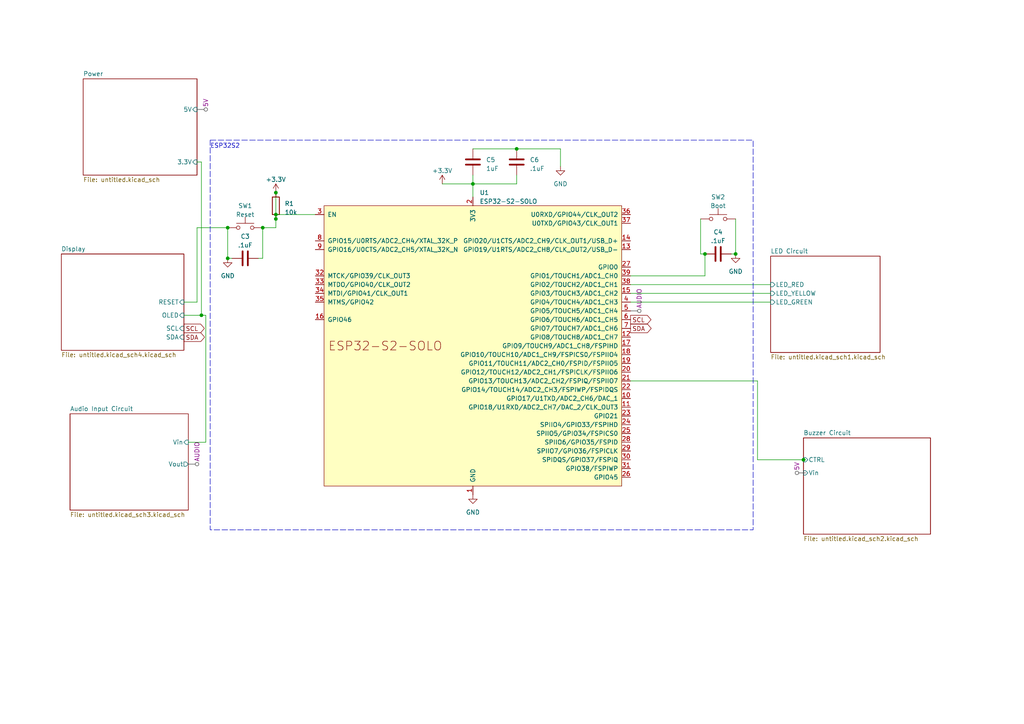
<source format=kicad_sch>
(kicad_sch (version 20250114) (generator "eeschema") (generator_version "9.0")
  (paper "A4")
  (lib_symbols
    (symbol "Device:C" (pin_numbers (hide yes)) (pin_names (offset 0.254))
      (property "Reference" "C" (at 0.635 2.54 0))
      (property "Value" "C" (at 0.635 -2.54 0))
      (symbol "C_0_1"
        (polyline (pts (xy -2.032 0.762) (xy 2.032 0.762)) (stroke (width 0.508)))
        (polyline (pts (xy -2.032 -0.762) (xy 2.032 -0.762)) (stroke (width 0.508)))
      )
      (symbol "C_1_1"
        (pin passive line (at 0 3.81 270) (length 2.794) (name "~") (number "1"))
        (pin passive line (at 0 -3.81 90) (length 2.794) (name "~") (number "2"))
      )
    )
    (symbol "Device:R" (pin_numbers (hide yes)) (pin_names (offset 0))
      (property "Reference" "R" (at 2.032 0 90))
      (property "Value" "R" (at 0 0 90))
      (symbol "R_0_1"
        (rectangle (start -1.016 -2.54) (end 1.016 2.54) (stroke (width 0.254)))
      )
      (symbol "R_1_1"
        (pin passive line (at 0 3.81 270) (length 1.27) (name "~") (number "1"))
        (pin passive line (at 0 -3.81 90) (length 1.27) (name "~") (number "2"))
      )
    )
    (symbol "Switch:SW_Omron_B3FS" (pin_numbers (hide yes)) (pin_names (offset 1.016) (hide yes))
      (property "Reference" "SW" (at 1.27 2.54 0))
      (property "Value" "SW_Omron_B3FS" (at 0 -1.524 0))
      (symbol "SW_Omron_B3FS_0_1"
        (circle (center -2.032 0) (radius 0.508))
        (polyline (pts (xy 0 1.27) (xy 0 3.048)))
        (circle (center 2.032 0) (radius 0.508))
        (polyline (pts (xy 2.54 1.27) (xy -2.54 1.27)))
        (pin passive line (at -5.08 0 0) (length 2.54) (name "1") (number "1"))
        (pin passive line (at 5.08 0 180) (length 2.54) (name "2") (number "2"))
      )
    )
    (symbol "esp32:ESP32-S2-SOLO" (pin_names (offset 1.016))
      (property "Reference" "U" (at -43.18 45.72 0))
      (property "Value" "ESP32-S2-SOLO" (at -43.18 43.18 0))
      (symbol "ESP32-S2-SOLO_0_1"
        (rectangle (start -43.18 40.64) (end 43.18 -40.64) (fill (type background)))
      )
      (symbol "ESP32-S2-SOLO_1_1"
        (text "ESP32-S2-SOLO" (at -25.4 0 0) (effects (font (size 2.54 2.54))))
        (pin bidirectional line (at -45.72 38.1 0) (length 2.54) (name "EN") (number "3"))
        (pin bidirectional line (at -45.72 30.48 0) (length 2.54) (name "GPIO15/U0RTS/ADC2_CH4/XTAL_32K_P") (number "8"))
        (pin bidirectional line (at -45.72 27.94 0) (length 2.54) (name "GPIO16/U0CTS/ADC2_CH5/XTAL_32K_N") (number "9"))
        (pin bidirectional line (at -45.72 20.32 0) (length 2.54) (name "MTCK/GPIO39/CLK_OUT3") (number "32"))
        (pin bidirectional line (at -45.72 17.78 0) (length 2.54) (name "MTDO/GPIO40/CLK_OUT2") (number "33"))
        (pin bidirectional line (at -45.72 15.24 0) (length 2.54) (name "MTDI/GPIO41/CLK_OUT1") (number "34"))
        (pin bidirectional line (at -45.72 12.7 0) (length 2.54) (name "MTMS/GPIO42") (number "35"))
        (pin input line (at -45.72 7.62 0) (length 2.54) (name "GPIO46") (number "16"))
        (pin power_in line (at 0 43.18 270) (length 2.54) (name "3V3") (number "2"))
        (pin power_in line (at 0 -43.18 90) (length 2.54) (name "GND") (number "1"))
        (pin passive line (at 0 -43.18 90) (length 2.54) (hide yes) (name "GND") (number "40"))
        (pin passive line (at 0 -43.18 90) (length 2.54) (hide yes) (name "GND") (number "41"))
        (pin bidirectional line (at 45.72 38.1 180) (length 2.54) (name "U0RXD/GPIO44/CLK_OUT2") (number "36"))
        (pin bidirectional line (at 45.72 35.56 180) (length 2.54) (name "U0TXD/GPIO43/CLK_OUT1") (number "37"))
        (pin bidirectional line (at 45.72 30.48 180) (length 2.54) (name "GPIO20/U1CTS/ADC2_CH9/CLK_OUT1/USB_D+") (number "14"))
        (pin bidirectional line (at 45.72 27.94 180) (length 2.54) (name "GPIO19/U1RTS/ADC2_CH8/CLK_OUT2/USB_D-") (number "13"))
        (pin bidirectional line (at 45.72 22.86 180) (length 2.54) (name "GPIO0") (number "27"))
        (pin bidirectional line (at 45.72 20.32 180) (length 2.54) (name "GPIO1/TOUCH1/ADC1_CH0") (number "39"))
        (pin bidirectional line (at 45.72 17.78 180) (length 2.54) (name "GPIO2/TOUCH2/ADC1_CH1") (number "38"))
        (pin bidirectional line (at 45.72 15.24 180) (length 2.54) (name "GPIO3/TOUCH3/ADC1_CH2") (number "15"))
        (pin bidirectional line (at 45.72 12.7 180) (length 2.54) (name "GPIO4/TOUCH4/ADC1_CH3") (number "4"))
        (pin bidirectional line (at 45.72 10.16 180) (length 2.54) (name "GPIO5/TOUCH5/ADC1_CH4") (number "5"))
        (pin bidirectional line (at 45.72 7.62 180) (length 2.54) (name "GPIO6/TOUCH6/ADC1_CH5") (number "6"))
        (pin bidirectional line (at 45.72 5.08 180) (length 2.54) (name "GPIO7/TOUCH7/ADC1_CH6") (number "7"))
        (pin bidirectional line (at 45.72 2.54 180) (length 2.54) (name "GPIO8/TOUCH8/ADC1_CH7") (number "12"))
        (pin bidirectional line (at 45.72 0 180) (length 2.54) (name "GPIO9/TOUCH9/ADC1_CH8/FSPIHD") (number "17"))
        (pin bidirectional line (at 45.72 -2.54 180) (length 2.54) (name "GPIO10/TOUCH10/ADC1_CH9/FSPICS0/FSPIIO4") (number "18"))
        (pin bidirectional line (at 45.72 -5.08 180) (length 2.54) (name "GPIO11/TOUCH11/ADC2_CH0/FSPID/FSPIIO5") (number "19"))
        (pin bidirectional line (at 45.72 -7.62 180) (length 2.54) (name "GPIO12/TOUCH12/ADC2_CH1/FSPICLK/FSPIIO6") (number "20"))
        (pin bidirectional line (at 45.72 -10.16 180) (length 2.54) (name "GPIO13/TOUCH13/ADC2_CH2/FSPIQ/FSPIIO7") (number "21"))
        (pin bidirectional line (at 45.72 -12.7 180) (length 2.54) (name "GPIO14/TOUCH14/ADC2_CH3/FSPIWP/FSPIDQS") (number "22"))
        (pin bidirectional line (at 45.72 -15.24 180) (length 2.54) (name "GPIO17/U1TXD/ADC2_CH6/DAC_1") (number "10"))
        (pin bidirectional line (at 45.72 -17.78 180) (length 2.54) (name "GPIO18/U1RXD/ADC2_CH7/DAC_2/CLK_OUT3") (number "11"))
        (pin bidirectional line (at 45.72 -20.32 180) (length 2.54) (name "GPIO21") (number "23"))
        (pin bidirectional line (at 45.72 -22.86 180) (length 2.54) (name "SPIIO4/GPIO33/FSPIHD") (number "24"))
        (pin bidirectional line (at 45.72 -25.4 180) (length 2.54) (name "SPIIO5/GPIO34/FSPICS0") (number "25"))
        (pin bidirectional line (at 45.72 -27.94 180) (length 2.54) (name "SPIIO6/GPIO35/FSPID") (number "28"))
        (pin bidirectional line (at 45.72 -30.48 180) (length 2.54) (name "SPIIO7/GPIO36/FSPICLK") (number "29"))
        (pin bidirectional line (at 45.72 -33.02 180) (length 2.54) (name "SPIDQS/GPIO37/FSPIQ") (number "30"))
        (pin bidirectional line (at 45.72 -35.56 180) (length 2.54) (name "GPIO38/FSPIWP") (number "31"))
        (pin bidirectional line (at 45.72 -38.1 180) (length 2.54) (name "GPIO45") (number "26"))
      )
    )
    (symbol "power:+3.3V" (power) (pin_names (offset 0))
      (property "Value" "+3.3V" (at 0 3.556 0))
      (symbol "+3.3V_0_1"
        (polyline (pts (xy -0.762 1.27) (xy 0 2.54)))
        (polyline (pts (xy 0 2.54) (xy 0.762 1.27)))
        (polyline (pts (xy 0 0) (xy 0 2.54)))
      )
      (symbol "+3.3V_1_1"
        (pin power_in line (at 0 0 90) (length 0) (hide yes) (name "+3.3V") (number "1"))
      )
    )
    (symbol "power:GND" (power) (pin_names (offset 0))
      (property "Value" "GND" (at 0 -3.81 0))
      (symbol "GND_0_1"
        (polyline (pts (xy 0 0) (xy 0 -1.27) (xy 1.27 -1.27) (xy 0 -2.54) (xy -1.27 -1.27) (xy 0 -1.27)))
      )
      (symbol "GND_1_1"
        (pin power_in line (at 0 0 270) (length 0) (hide yes) (name "GND") (number "1"))
      )
    )
  )
  (rectangle (start 60.96 40.64) (end 218.44 153.67) (stroke (width 0) (type dash)))
  (text "ESP32S2" (at 60.96 43.18 0) (effects (font (size 1.27 1.27)) (justify left bottom)))
  (junction (at 80.01 62.23))
  (junction (at 149.86 43.18))
  (junction (at 66.04 66.04))
  (junction (at 58.42 91.44))
  (junction (at 137.16 53.34))
  (junction (at 66.04 74.93))
  (junction (at 233.045 133.35))
  (junction (at 213.36 73.66))
  (junction (at 80.01 63.5))
  (junction (at 76.2 66.04))
  (junction (at 80.01 55.88))
  (junction (at 204.47 73.66))
  (wire (pts (xy 57.15 87.63) (xy 57.15 66.04)))
  (wire (pts (xy 53.34 87.63) (xy 57.15 87.63)))
  (wire (pts (xy 76.2 66.04) (xy 76.2 74.93)))
  (wire (pts (xy 137.16 43.18) (xy 149.86 43.18)))
  (wire (pts (xy 67.31 74.93) (xy 66.04 74.93)))
  (wire (pts (xy 219.71 133.35) (xy 219.71 110.49)))
  (wire (pts (xy 74.93 74.93) (xy 76.2 74.93)))
  (wire (pts (xy 59.69 128.27) (xy 54.61 128.27)))
  (wire (pts (xy 149.86 43.18) (xy 162.56 43.18)))
  (wire (pts (xy 204.47 73.66) (xy 203.2 73.66)))
  (wire (pts (xy 182.88 87.63) (xy 223.52 87.63)))
  (wire (pts (xy 213.36 73.66) (xy 212.09 73.66)))
  (wire (pts (xy 58.42 91.44) (xy 59.69 91.44)))
  (wire (pts (xy 80.01 55.88) (xy 80.01 62.23)))
  (wire (pts (xy 57.15 66.04) (xy 66.04 66.04)))
  (wire (pts (xy 162.56 43.18) (xy 162.56 48.26)))
  (wire (pts (xy 233.045 133.35) (xy 219.71 133.35)))
  (wire (pts (xy 66.04 74.93) (xy 66.04 66.04)))
  (wire (pts (xy 80.01 62.23) (xy 80.01 63.5)))
  (wire (pts (xy 204.47 73.66) (xy 204.47 80.01)))
  (wire (pts (xy 182.88 80.01) (xy 204.47 80.01)))
  (wire (pts (xy 80.01 62.23) (xy 91.44 62.23)))
  (wire (pts (xy 58.42 46.99) (xy 57.15 46.99)))
  (wire (pts (xy 59.69 91.44) (xy 59.69 128.27)))
  (wire (pts (xy 137.16 53.34) (xy 137.16 57.15)))
  (wire (pts (xy 53.34 91.44) (xy 58.42 91.44)))
  (wire (pts (xy 213.36 63.5) (xy 213.36 73.66)))
  (wire (pts (xy 149.86 53.34) (xy 137.16 53.34)))
  (wire (pts (xy 80.01 63.5) (xy 80.01 66.04)))
  (wire (pts (xy 137.16 50.8) (xy 137.16 53.34)))
  (wire (pts (xy 233.68 133.35) (xy 233.045 133.35)))
  (wire (pts (xy 203.2 63.5) (xy 203.2 73.66)))
  (wire (pts (xy 182.88 82.55) (xy 223.52 82.55)))
  (wire (pts (xy 182.88 85.09) (xy 223.52 85.09)))
  (wire (pts (xy 58.42 91.44) (xy 58.42 46.99)))
  (wire (pts (xy 128.27 53.34) (xy 137.16 53.34)))
  (wire (pts (xy 80.01 66.04) (xy 76.2 66.04)))
  (wire (pts (xy 219.71 110.49) (xy 182.88 110.49)))
  (wire (pts (xy 149.86 50.8) (xy 149.86 53.34)))
  (global_label "SCL" (shape output) (at 53.34 95.25 0) (property "Intersheetrefs" "${INTERSHEET_REFS}" (effects (hide yes))))
  (global_label "SCL" (shape output) (at 182.88 92.71 0) (property "Intersheetrefs" "${INTERSHEET_REFS}" (effects (hide yes))))
  (global_label "SDA" (shape output) (at 182.88 95.25 0) (property "Intersheetrefs" "${INTERSHEET_REFS}" (effects (hide yes))))
  (global_label "SDA" (shape output) (at 53.34 97.79 0) (property "Intersheetrefs" "${INTERSHEET_REFS}" (effects (hide yes))))
  (netclass_flag "" (length 2.54) (shape round) (at 54.61 134.62 270) (property "Netclass" "AUDIO" (at 57.15 133.9215 90) (effects (justify left))))
  (netclass_flag "" (length 2.54) (shape round) (at 233.68 137.16 90) (property "Netclass" "5V" (at 231.14 136.4615 90) (effects (justify left))))
  (netclass_flag "" (length 2.54) (shape round) (at 182.88 90.17 270) (property "Netclass" "AUDIO" (at 185.42 89.4715 90) (effects (justify left))))
  (netclass_flag "" (length 2.54) (shape round) (at 57.15 31.75 270) (property "Netclass" "5V" (at 59.69 31.0515 90) (effects (justify left))))
  (symbol (lib_id "power:+3.3V") (at 128.27 53.34 0) (unit 1)
    (property "Reference" "#PWR010" (effects (hide yes)))
    (property "Value" "+3.3V" (at 128.27 49.53 0))
  )
  (symbol (lib_id "Device:C") (at 137.16 46.99 0) (unit 1)
    (property "Reference" "C5" (at 140.97 46.355 0) (effects (justify left)))
    (property "Value" "1uF" (at 140.97 48.895 0) (effects (justify left)))
  )
  (symbol (lib_id "Switch:SW_Omron_B3FS") (at 208.28 63.5 0) (unit 1)
    (property "Reference" "SW2" (at 208.28 57.15 0))
    (property "Value" "Boot" (at 208.28 59.69 0))
    (property "Datasheet" "https://omronfs.omron.com/en_US/ecb/products/pdf/en-b3fs.pdf" (effects (hide yes)))
  )
  (symbol (lib_id "esp32:ESP32-S2-SOLO") (at 137.16 100.33 0) (unit 1)
    (property "Reference" "U1" (at 139.1159 55.88 0) (effects (justify left)))
    (property "Value" "ESP32-S2-SOLO" (at 139.1159 58.42 0) (effects (justify left)))
    (property "Footprint" "PCM_Espressif:ESP32-S2-SOLO" (effects (hide yes)))
    (property "Datasheet" "https://www.espressif.com/sites/default/files/documentation/esp32-s2-solo_esp32-s2-solo-u_datasheet_en.pdf" (effects (hide yes)))
  )
  (symbol (lib_id "Device:C") (at 208.28 73.66 90) (unit 1)
    (property "Reference" "C4" (at 208.28 67.31 90))
    (property "Value" ".1uF" (at 208.28 69.85 90))
  )
  (symbol (lib_id "power:GND") (at 137.16 143.51 0) (unit 1)
    (property "Reference" "#PWR06" (effects (hide yes)))
    (property "Value" "GND" (at 137.16 148.59 0))
  )
  (symbol (lib_id "Device:C") (at 71.12 74.93 90) (unit 1)
    (property "Reference" "C3" (at 71.12 68.58 90))
    (property "Value" ".1uF" (at 71.12 71.12 90))
  )
  (symbol (lib_id "Device:R") (at 80.01 59.69 0) (unit 1)
    (property "Reference" "R1" (at 82.55 59.055 0) (effects (justify left)))
    (property "Value" "10k" (at 82.55 61.595 0) (effects (justify left)))
  )
  (symbol (lib_id "Device:C") (at 149.86 46.99 0) (unit 1)
    (property "Reference" "C6" (at 153.67 46.355 0) (effects (justify left)))
    (property "Value" ".1uF" (at 153.67 48.895 0) (effects (justify left)))
  )
  (symbol (lib_id "power:GND") (at 162.56 48.26 0) (unit 1)
    (property "Reference" "#PWR011" (effects (hide yes)))
    (property "Value" "GND" (at 162.56 53.34 0))
  )
  (symbol (lib_id "Switch:SW_Omron_B3FS") (at 71.12 66.04 0) (unit 1)
    (property "Reference" "SW1" (at 71.12 59.69 0))
    (property "Value" "Reset" (at 71.12 62.23 0))
    (property "Datasheet" "https://omronfs.omron.com/en_US/ecb/products/pdf/en-b3fs.pdf" (effects (hide yes)))
  )
  (symbol (lib_id "power:GND") (at 213.36 73.66 0) (unit 1)
    (property "Reference" "#PWR07" (effects (hide yes)))
    (property "Value" "GND" (at 213.36 78.74 0))
  )
  (symbol (lib_id "power:GND") (at 66.04 74.93 0) (unit 1)
    (property "Reference" "#PWR09" (effects (hide yes)))
    (property "Value" "GND" (at 66.04 80.01 0))
  )
  (symbol (lib_id "power:+3.3V") (at 80.01 55.88 0) (unit 1)
    (property "Reference" "#PWR08" (effects (hide yes)))
    (property "Value" "+3.3V" (at 80.01 52.07 0))
  )
  (sheet (at 223.52 74.295) (size 31.75 27.94) (stroke (width 0.1524))
    (property "Sheetname" "LED Circuit" (at 223.52 73.5834 0) (effects (justify left bottom)))
    (property "Sheetfile" "untitled.kicad_sch1.kicad_sch" (at 223.52 102.8196 0) (effects (justify left top)))
    (pin "LED_RED" input (at 223.52 82.55 180))
    (pin "LED_GREEN" input (at 223.52 87.63 180))
    (pin "LED_YELLOW" input (at 223.52 85.09 180))
  )
  (sheet (at 17.78 73.66) (size 35.56 27.94) (stroke (width 0.1524))
    (property "Sheetname" "Display" (at 17.78 72.9484 0) (effects (justify left bottom)))
    (property "Sheetfile" "untitled.kicad_sch4.kicad_sch" (at 17.78 102.1846 0) (effects (justify left top)))
    (pin "OLED" input (at 53.34 91.44 0))
    (pin "RESET" input (at 53.34 87.63 0))
    (pin "SCL" input (at 53.34 95.25 0))
    (pin "SDA" input (at 53.34 97.79 0))
  )
  (sheet (at 233.045 127) (size 36.83 27.94) (stroke (width 0.1524))
    (property "Sheetname" "Buzzer Circuit" (at 233.045 126.2884 0) (effects (justify left bottom)))
    (property "Sheetfile" "untitled.kicad_sch2.kicad_sch" (at 233.045 155.5246 0) (effects (justify left top)))
    (pin "CTRL" input (at 233.045 133.35 180))
    (pin "Vin" input (at 233.045 137.16 180))
  )
  (sheet (at 20.32 120.015) (size 34.29 27.94) (stroke (width 0.1524))
    (property "Sheetname" "Audio Input Circuit" (at 20.32 119.3034 0) (effects (justify left bottom)))
    (property "Sheetfile" "untitled.kicad_sch3.kicad_sch" (at 20.32 148.5396 0) (effects (justify left top)))
    (pin "Vin" input (at 54.61 128.27 0))
    (pin "Vout" output (at 54.61 134.62 0))
  )
  (sheet (at 24.13 22.86) (size 33.02 27.94) (stroke (width 0.1524))
    (property "Sheetname" "Power" (at 24.13 22.1484 0) (effects (justify left bottom)))
    (property "Sheetfile" "untitled.kicad_sch" (at 24.13 51.3846 0) (effects (justify left top)))
    (pin "3.3V" input (at 57.15 46.99 0))
    (pin "5V" input (at 57.15 31.75 0))
  )
)
</source>
